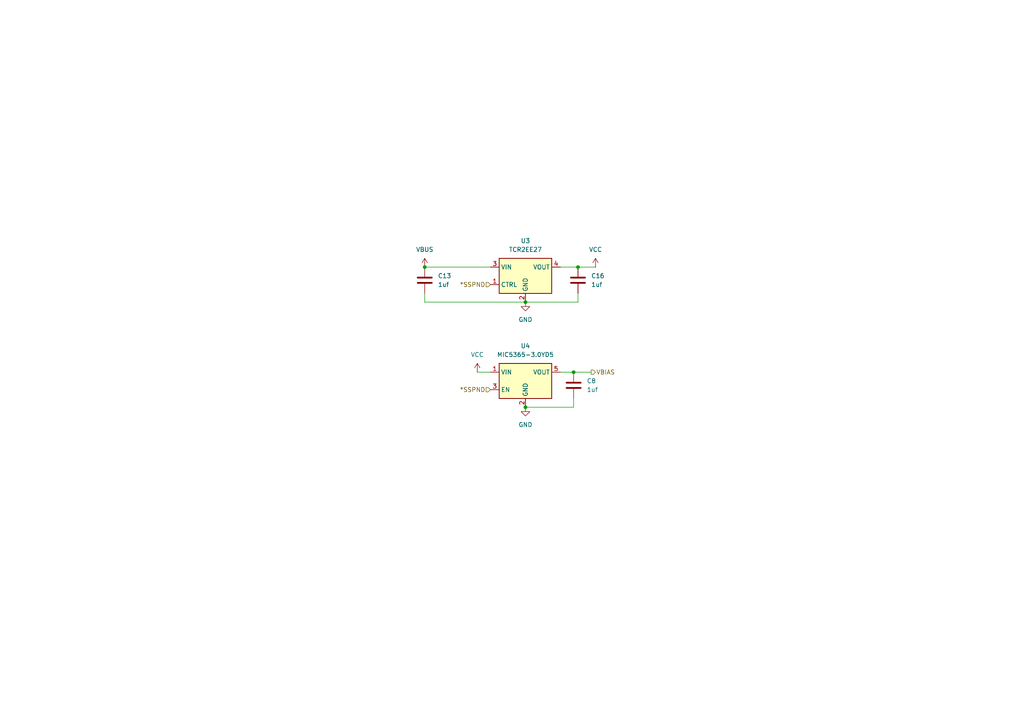
<source format=kicad_sch>
(kicad_sch (version 20250114) (generator "eeschema") (generator_version "9.0")
  (paper "A4")
  (title_block (date "2025-06-01") (rev "0.2") (company "Vladyslav Kukharchuk <vladyslavziuziun@gmail.com>"))
  (lib_symbols
    (symbol "Device:C" (pin_numbers (hide yes)) (pin_names (offset 0.254))
      (property "Reference" "C" (at 0.635 2.54 0))
      (property "Value" "C" (at 0.635 -2.54 0))
      (symbol "C_0_1"
        (polyline (pts (xy -2.032 0.762) (xy 2.032 0.762)) (stroke (width 0.508)))
        (polyline (pts (xy -2.032 -0.762) (xy 2.032 -0.762)) (stroke (width 0.508)))
      )
      (symbol "C_1_1"
        (pin passive line (at 0 3.81 270) (length 2.794) (name "~") (number "1"))
        (pin passive line (at 0 -3.81 90) (length 2.794) (name "~") (number "2"))
      )
    )
    (symbol "Regulator_Linear:MIC5365-3.3YD5"
      (property "Reference" "U" (at -7.62 6.35 0))
      (property "Value" "MIC5365-3.3YD5" (at 0 6.35 0))
      (symbol "MIC5365-3.3YD5_0_1"
        (rectangle (start -7.62 -5.08) (end 7.62 5.08) (stroke (width 0.254)) (fill (type background)))
      )
      (symbol "MIC5365-3.3YD5_1_1"
        (pin power_in line (at -10.16 2.54 0) (length 2.54) (name "VIN") (number "1"))
        (pin input line (at -10.16 -2.54 0) (length 2.54) (name "EN") (number "3"))
        (pin power_in line (at 0 -7.62 90) (length 2.54) (name "GND") (number "2"))
        (pin no_connect line (at 7.62 -2.54 180) (length 2.54) (hide yes) (name "NC") (number "4"))
        (pin power_out line (at 10.16 2.54 180) (length 2.54) (name "VOUT") (number "5"))
      )
    )
    (symbol "Regulator_Linear:TCR2EE27"
      (property "Reference" "U6" (at 0 9.3218 0))
      (property "Value" "TCR2EE27" (at 0 7.0104 0))
      (symbol "TCR2EE27_0_1"
        (rectangle (start -7.62 -5.08) (end 7.62 5.08) (stroke (width 0.254)) (fill (type background)))
      )
      (symbol "TCR2EE27_1_1"
        (pin power_in line (at -10.16 2.54 0) (length 2.54) (name "VIN") (number "3"))
        (pin input line (at -10.16 -2.54 0) (length 2.54) (name "CTRL") (number "1"))
        (pin power_in line (at 0 -7.62 90) (length 2.54) (name "GND") (number "2"))
        (pin no_connect line (at 7.62 -2.54 180) (length 2.54) (hide yes) (name "NC") (number "5"))
        (pin power_out line (at 10.16 2.54 180) (length 2.54) (name "VOUT") (number "4"))
      )
    )
    (symbol "power:GND" (power) (pin_numbers (hide yes)) (pin_names (offset 0) (hide yes))
      (property "Value" "GND" (at 0 -3.81 0))
      (symbol "GND_0_1"
        (polyline (pts (xy 0 0) (xy 0 -1.27) (xy 1.27 -1.27) (xy 0 -2.54) (xy -1.27 -1.27) (xy 0 -1.27)))
      )
      (symbol "GND_1_1"
        (pin power_in line (at 0 0 270) (length 0) (name "~") (number "1"))
      )
    )
    (symbol "power:VBUS" (power) (pin_numbers (hide yes)) (pin_names (offset 0) (hide yes))
      (property "Value" "VBUS" (at 0 3.556 0))
      (symbol "VBUS_0_1"
        (polyline (pts (xy -0.762 1.27) (xy 0 2.54)))
        (polyline (pts (xy 0 2.54) (xy 0.762 1.27)))
        (polyline (pts (xy 0 0) (xy 0 2.54)))
      )
      (symbol "VBUS_1_1"
        (pin power_in line (at 0 0 90) (length 0) (name "~") (number "1"))
      )
    )
    (symbol "power:VCC" (power) (pin_numbers (hide yes)) (pin_names (offset 0) (hide yes))
      (property "Value" "VCC" (at 0 3.556 0))
      (symbol "VCC_0_1"
        (polyline (pts (xy -0.762 1.27) (xy 0 2.54)))
        (polyline (pts (xy 0 2.54) (xy 0.762 1.27)))
        (polyline (pts (xy 0 0) (xy 0 2.54)))
      )
      (symbol "VCC_1_1"
        (pin power_in line (at 0 0 90) (length 0) (name "~") (number "1"))
      )
    )
  )
  (junction (at 166.37 107.95))
  (junction (at 123.19 77.47))
  (junction (at 152.4 87.63))
  (junction (at 167.64 77.47))
  (junction (at 152.4 118.11))
  (wire (pts (xy 167.64 87.63) (xy 152.4 87.63)))
  (wire (pts (xy 123.19 87.63) (xy 152.4 87.63)))
  (wire (pts (xy 162.56 107.95) (xy 166.37 107.95)))
  (wire (pts (xy 167.64 77.47) (xy 172.72 77.47)))
  (wire (pts (xy 123.19 85.09) (xy 123.19 87.63)))
  (wire (pts (xy 138.43 107.95) (xy 142.24 107.95)))
  (wire (pts (xy 162.56 77.47) (xy 167.64 77.47)))
  (wire (pts (xy 166.37 107.95) (xy 171.45 107.95)))
  (wire (pts (xy 166.37 118.11) (xy 166.37 115.57)))
  (wire (pts (xy 167.64 85.09) (xy 167.64 87.63)))
  (wire (pts (xy 123.19 77.47) (xy 142.24 77.47)))
  (wire (pts (xy 166.37 118.11) (xy 152.4 118.11)))
  (hierarchical_label "*SSPND" (shape input) (at 142.24 113.03 180))
  (hierarchical_label "VBIAS" (shape output) (at 171.45 107.95 0))
  (hierarchical_label "*SSPND" (shape input) (at 142.24 82.55 180))
  (symbol (lib_id "Device:C") (at 166.37 111.76 0) (unit 1)
    (property "Reference" "C8" (at 170.18 110.4899 0) (effects (justify left)))
    (property "Value" "1uf" (at 170.18 113.0299 0) (effects (justify left)))
    (property "Description" "Unpolarized capacitor" (effects (hide yes)))
  )
  (symbol (lib_id "power:VCC") (at 172.72 77.47 0) (unit 1)
    (property "Reference" "#PWR04" (effects (hide yes)))
    (property "Value" "VCC" (at 172.72 72.39 0))
    (property "Description" "Power symbol creates a global label with name \"VCC\"" (effects (hide yes)))
  )
  (symbol (lib_id "Device:C") (at 167.64 81.28 0) (unit 1)
    (property "Reference" "C16" (at 171.45 80.0099 0) (effects (justify left)))
    (property "Value" "1uf" (at 171.45 82.5499 0) (effects (justify left)))
    (property "Description" "Unpolarized capacitor" (effects (hide yes)))
  )
  (symbol (lib_id "power:GND") (at 152.4 87.63 0) (unit 1)
    (property "Reference" "#PWR09" (effects (hide yes)))
    (property "Value" "GND" (at 152.4 92.71 0))
    (property "Description" "Power symbol creates a global label with name \"GND\" , ground" (effects (hide yes)))
  )
  (symbol (lib_id "power:GND") (at 152.4 118.11 0) (unit 1)
    (property "Reference" "#PWR021" (effects (hide yes)))
    (property "Value" "GND" (at 152.4 123.19 0))
    (property "Description" "Power symbol creates a global label with name \"GND\" , ground" (effects (hide yes)))
  )
  (symbol (lib_id "Regulator_Linear:TCR2EE27") (at 152.4 80.01 0) (unit 1)
    (property "Reference" "U3" (at 152.4 69.85 0))
    (property "Value" "TCR2EE27" (at 152.4 72.39 0))
    (property "Footprint" "Package_TO_SOT_SMD:SOT-553" (effects (hide yes)))
    (property "Datasheet" "https://toshiba.semicon-storage.com/info/docget.jsp?did=13794&prodName=TCR2EF45" (effects (hide yes)))
    (property "Description" "200mA Low-dropout Voltage Regulator, Vout 2.7V, Vin up to 5.5V, SOT-553" (effects (hide yes)))
  )
  (symbol (lib_id "Device:C") (at 123.19 81.28 0) (unit 1)
    (property "Reference" "C13" (at 127 80.0099 0) (effects (justify left)))
    (property "Value" "1uf" (at 127 82.5499 0) (effects (justify left)))
    (property "Description" "Unpolarized capacitor" (effects (hide yes)))
  )
  (symbol (lib_id "power:VCC") (at 138.43 107.95 0) (unit 1)
    (property "Reference" "#PWR020" (effects (hide yes)))
    (property "Value" "VCC" (at 138.43 102.87 0))
    (property "Description" "Power symbol creates a global label with name \"VCC\"" (effects (hide yes)))
  )
  (symbol (lib_id "power:VBUS") (at 123.19 77.47 0) (unit 1)
    (property "Reference" "#PWR01" (effects (hide yes)))
    (property "Value" "VBUS" (at 123.19 72.39 0))
    (property "Description" "Power symbol creates a global label with name \"VBUS\"" (effects (hide yes)))
  )
  (symbol (lib_id "Regulator_Linear:MIC5365-3.3YD5") (at 152.4 110.49 0) (unit 1)
    (property "Reference" "U4" (at 152.4 100.33 0))
    (property "Value" "MIC5365-3.0YD5" (at 152.4 102.87 0))
    (property "Footprint" "Package_TO_SOT_SMD:TSOT-23-5" (effects (hide yes)))
    (property "Datasheet" "https://ww1.microchip.com/downloads/aemDocuments/documents/APID/ProductDocuments/DataSheets/MIC5365-6-High-Performance-Single-150mA-LDO-DS20006605A.pdf" (effects (hide yes)))
    (property "Description" "150mA Low-dropout Voltage Regulator, Vout 3.3V, Vin up to 5.5V, TSOT-23-5" (effects (hide yes)))
  )
)
</source>
